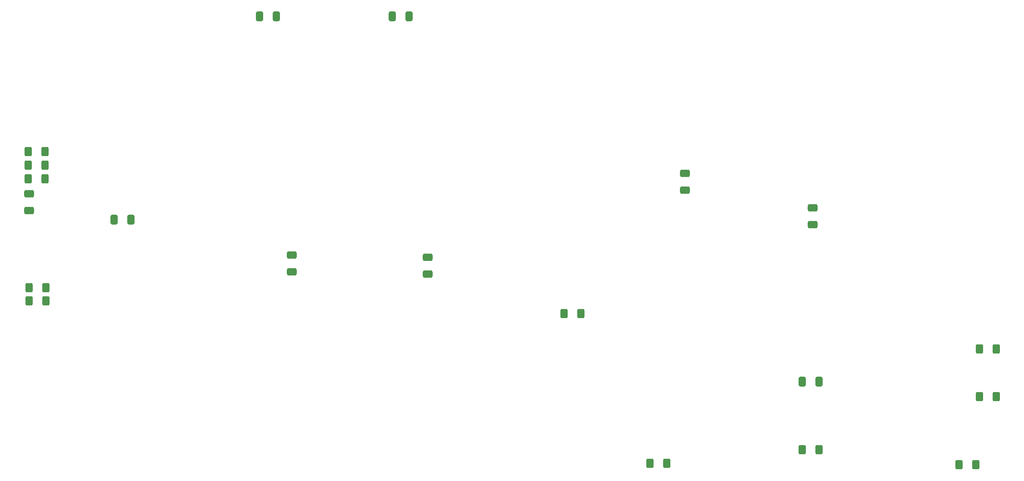
<source format=gbp>
%TF.GenerationSoftware,KiCad,Pcbnew,6.0.1+dfsg-1~bpo11+1*%
%TF.CreationDate,2022-02-25T05:17:48-06:00*%
%TF.ProjectId,raven68k-rev1,72617665-6e36-4386-9b2d-726576312e6b,rev?*%
%TF.SameCoordinates,Original*%
%TF.FileFunction,Paste,Bot*%
%TF.FilePolarity,Positive*%
%FSLAX46Y46*%
G04 Gerber Fmt 4.6, Leading zero omitted, Abs format (unit mm)*
G04 Created by KiCad (PCBNEW 6.0.1+dfsg-1~bpo11+1) date 2022-02-25 05:17:48*
%MOMM*%
%LPD*%
G01*
G04 APERTURE LIST*
G04 Aperture macros list*
%AMRoundRect*
0 Rectangle with rounded corners*
0 $1 Rounding radius*
0 $2 $3 $4 $5 $6 $7 $8 $9 X,Y pos of 4 corners*
0 Add a 4 corners polygon primitive as box body*
4,1,4,$2,$3,$4,$5,$6,$7,$8,$9,$2,$3,0*
0 Add four circle primitives for the rounded corners*
1,1,$1+$1,$2,$3*
1,1,$1+$1,$4,$5*
1,1,$1+$1,$6,$7*
1,1,$1+$1,$8,$9*
0 Add four rect primitives between the rounded corners*
20,1,$1+$1,$2,$3,$4,$5,0*
20,1,$1+$1,$4,$5,$6,$7,0*
20,1,$1+$1,$6,$7,$8,$9,0*
20,1,$1+$1,$8,$9,$2,$3,0*%
G04 Aperture macros list end*
%ADD10RoundRect,0.250000X0.650000X-0.412500X0.650000X0.412500X-0.650000X0.412500X-0.650000X-0.412500X0*%
%ADD11RoundRect,0.250000X-0.412500X-0.650000X0.412500X-0.650000X0.412500X0.650000X-0.412500X0.650000X0*%
%ADD12RoundRect,0.250000X0.412500X0.650000X-0.412500X0.650000X-0.412500X-0.650000X0.412500X-0.650000X0*%
%ADD13RoundRect,0.250000X0.400000X0.625000X-0.400000X0.625000X-0.400000X-0.625000X0.400000X-0.625000X0*%
%ADD14RoundRect,0.250000X-0.400000X-0.625000X0.400000X-0.625000X0.400000X0.625000X-0.400000X0.625000X0*%
G04 APERTURE END LIST*
D10*
%TO.C,C1*%
X49276000Y-82334500D03*
X49276000Y-79209500D03*
%TD*%
D11*
%TO.C,C2*%
X65112500Y-84074000D03*
X68237500Y-84074000D03*
%TD*%
D10*
%TO.C,C5*%
X171450000Y-78524500D03*
X171450000Y-75399500D03*
%TD*%
%TO.C,C6*%
X195199000Y-85001500D03*
X195199000Y-81876500D03*
%TD*%
D12*
%TO.C,C7*%
X196380500Y-114300000D03*
X193255500Y-114300000D03*
%TD*%
%TO.C,C8*%
X95288500Y-46101000D03*
X92163500Y-46101000D03*
%TD*%
%TO.C,C9*%
X116928500Y-46101000D03*
X120053500Y-46101000D03*
%TD*%
D10*
%TO.C,C11*%
X123500000Y-94162500D03*
X123500000Y-91037500D03*
%TD*%
%TO.C,C10*%
X98200000Y-93762500D03*
X98200000Y-90637500D03*
%TD*%
D13*
%TO.C,R21*%
X225578000Y-129794000D03*
X222478000Y-129794000D03*
%TD*%
%TO.C,R4*%
X52350000Y-96774000D03*
X49250000Y-96774000D03*
%TD*%
%TO.C,R2*%
X52223000Y-71374000D03*
X49123000Y-71374000D03*
%TD*%
%TO.C,R1*%
X52223000Y-73914000D03*
X49123000Y-73914000D03*
%TD*%
D14*
%TO.C,R6*%
X148945000Y-101600000D03*
X152045000Y-101600000D03*
%TD*%
D13*
%TO.C,R8*%
X196368000Y-127000000D03*
X193268000Y-127000000D03*
%TD*%
%TO.C,R7*%
X168047000Y-129540000D03*
X164947000Y-129540000D03*
%TD*%
D14*
%TO.C,R10*%
X226288000Y-117094000D03*
X229388000Y-117094000D03*
%TD*%
D13*
%TO.C,R3*%
X52223000Y-76454000D03*
X49123000Y-76454000D03*
%TD*%
%TO.C,R5*%
X52350000Y-99187000D03*
X49250000Y-99187000D03*
%TD*%
%TO.C,R9*%
X229388000Y-108204000D03*
X226288000Y-108204000D03*
%TD*%
M02*

</source>
